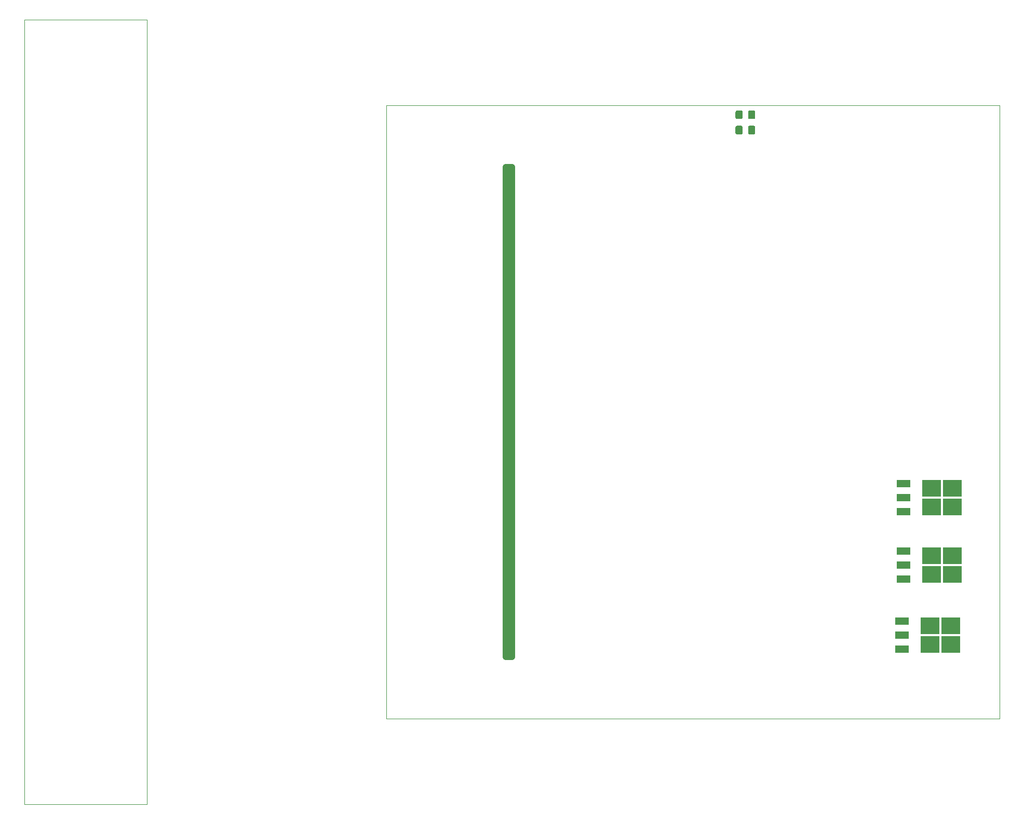
<source format=gbr>
%TF.GenerationSoftware,KiCad,Pcbnew,(5.1.5)-3*%
%TF.CreationDate,2020-03-17T21:27:54+01:00*%
%TF.ProjectId,KicadJE-EuroPowerSupply2,4b696361-644a-4452-9d45-75726f506f77,Rev A*%
%TF.SameCoordinates,Original*%
%TF.FileFunction,Paste,Top*%
%TF.FilePolarity,Positive*%
%FSLAX46Y46*%
G04 Gerber Fmt 4.6, Leading zero omitted, Abs format (unit mm)*
G04 Created by KiCad (PCBNEW (5.1.5)-3) date 2020-03-17 21:27:54*
%MOMM*%
%LPD*%
G04 APERTURE LIST*
%ADD10C,0.050000*%
%ADD11C,1.000000*%
%ADD12C,0.150000*%
%ADD13R,2.200000X1.200000*%
%ADD14R,3.050000X2.750000*%
G04 APERTURE END LIST*
D10*
X-9000000Y-164000000D02*
X-9000000Y-36000000D01*
X11000000Y-164000000D02*
X-9000000Y-164000000D01*
X11000000Y-36000000D02*
X11000000Y-164000000D01*
X-9000000Y-36000000D02*
X11000000Y-36000000D01*
D11*
X69500000Y-60000000D02*
X70500000Y-60000000D01*
X69500000Y-140000000D02*
X70500000Y-140000000D01*
X70500000Y-60000000D02*
X70500000Y-140000000D01*
X69500000Y-60000000D02*
X69500000Y-140000000D01*
D10*
X50000000Y-150000000D02*
X50000000Y-50000000D01*
X150000000Y-150000000D02*
X50000000Y-150000000D01*
X150000000Y-50000000D02*
X150000000Y-150000000D01*
X50000000Y-50000000D02*
X150000000Y-50000000D01*
D12*
G36*
X107849505Y-53301204D02*
G01*
X107873773Y-53304804D01*
X107897572Y-53310765D01*
X107920671Y-53319030D01*
X107942850Y-53329520D01*
X107963893Y-53342132D01*
X107983599Y-53356747D01*
X108001777Y-53373223D01*
X108018253Y-53391401D01*
X108032868Y-53411107D01*
X108045480Y-53432150D01*
X108055970Y-53454329D01*
X108064235Y-53477428D01*
X108070196Y-53501227D01*
X108073796Y-53525495D01*
X108075000Y-53549999D01*
X108075000Y-54450001D01*
X108073796Y-54474505D01*
X108070196Y-54498773D01*
X108064235Y-54522572D01*
X108055970Y-54545671D01*
X108045480Y-54567850D01*
X108032868Y-54588893D01*
X108018253Y-54608599D01*
X108001777Y-54626777D01*
X107983599Y-54643253D01*
X107963893Y-54657868D01*
X107942850Y-54670480D01*
X107920671Y-54680970D01*
X107897572Y-54689235D01*
X107873773Y-54695196D01*
X107849505Y-54698796D01*
X107825001Y-54700000D01*
X107174999Y-54700000D01*
X107150495Y-54698796D01*
X107126227Y-54695196D01*
X107102428Y-54689235D01*
X107079329Y-54680970D01*
X107057150Y-54670480D01*
X107036107Y-54657868D01*
X107016401Y-54643253D01*
X106998223Y-54626777D01*
X106981747Y-54608599D01*
X106967132Y-54588893D01*
X106954520Y-54567850D01*
X106944030Y-54545671D01*
X106935765Y-54522572D01*
X106929804Y-54498773D01*
X106926204Y-54474505D01*
X106925000Y-54450001D01*
X106925000Y-53549999D01*
X106926204Y-53525495D01*
X106929804Y-53501227D01*
X106935765Y-53477428D01*
X106944030Y-53454329D01*
X106954520Y-53432150D01*
X106967132Y-53411107D01*
X106981747Y-53391401D01*
X106998223Y-53373223D01*
X107016401Y-53356747D01*
X107036107Y-53342132D01*
X107057150Y-53329520D01*
X107079329Y-53319030D01*
X107102428Y-53310765D01*
X107126227Y-53304804D01*
X107150495Y-53301204D01*
X107174999Y-53300000D01*
X107825001Y-53300000D01*
X107849505Y-53301204D01*
G37*
G36*
X109899505Y-53301204D02*
G01*
X109923773Y-53304804D01*
X109947572Y-53310765D01*
X109970671Y-53319030D01*
X109992850Y-53329520D01*
X110013893Y-53342132D01*
X110033599Y-53356747D01*
X110051777Y-53373223D01*
X110068253Y-53391401D01*
X110082868Y-53411107D01*
X110095480Y-53432150D01*
X110105970Y-53454329D01*
X110114235Y-53477428D01*
X110120196Y-53501227D01*
X110123796Y-53525495D01*
X110125000Y-53549999D01*
X110125000Y-54450001D01*
X110123796Y-54474505D01*
X110120196Y-54498773D01*
X110114235Y-54522572D01*
X110105970Y-54545671D01*
X110095480Y-54567850D01*
X110082868Y-54588893D01*
X110068253Y-54608599D01*
X110051777Y-54626777D01*
X110033599Y-54643253D01*
X110013893Y-54657868D01*
X109992850Y-54670480D01*
X109970671Y-54680970D01*
X109947572Y-54689235D01*
X109923773Y-54695196D01*
X109899505Y-54698796D01*
X109875001Y-54700000D01*
X109224999Y-54700000D01*
X109200495Y-54698796D01*
X109176227Y-54695196D01*
X109152428Y-54689235D01*
X109129329Y-54680970D01*
X109107150Y-54670480D01*
X109086107Y-54657868D01*
X109066401Y-54643253D01*
X109048223Y-54626777D01*
X109031747Y-54608599D01*
X109017132Y-54588893D01*
X109004520Y-54567850D01*
X108994030Y-54545671D01*
X108985765Y-54522572D01*
X108979804Y-54498773D01*
X108976204Y-54474505D01*
X108975000Y-54450001D01*
X108975000Y-53549999D01*
X108976204Y-53525495D01*
X108979804Y-53501227D01*
X108985765Y-53477428D01*
X108994030Y-53454329D01*
X109004520Y-53432150D01*
X109017132Y-53411107D01*
X109031747Y-53391401D01*
X109048223Y-53373223D01*
X109066401Y-53356747D01*
X109086107Y-53342132D01*
X109107150Y-53329520D01*
X109129329Y-53319030D01*
X109152428Y-53310765D01*
X109176227Y-53304804D01*
X109200495Y-53301204D01*
X109224999Y-53300000D01*
X109875001Y-53300000D01*
X109899505Y-53301204D01*
G37*
G36*
X109899505Y-50801204D02*
G01*
X109923773Y-50804804D01*
X109947572Y-50810765D01*
X109970671Y-50819030D01*
X109992850Y-50829520D01*
X110013893Y-50842132D01*
X110033599Y-50856747D01*
X110051777Y-50873223D01*
X110068253Y-50891401D01*
X110082868Y-50911107D01*
X110095480Y-50932150D01*
X110105970Y-50954329D01*
X110114235Y-50977428D01*
X110120196Y-51001227D01*
X110123796Y-51025495D01*
X110125000Y-51049999D01*
X110125000Y-51950001D01*
X110123796Y-51974505D01*
X110120196Y-51998773D01*
X110114235Y-52022572D01*
X110105970Y-52045671D01*
X110095480Y-52067850D01*
X110082868Y-52088893D01*
X110068253Y-52108599D01*
X110051777Y-52126777D01*
X110033599Y-52143253D01*
X110013893Y-52157868D01*
X109992850Y-52170480D01*
X109970671Y-52180970D01*
X109947572Y-52189235D01*
X109923773Y-52195196D01*
X109899505Y-52198796D01*
X109875001Y-52200000D01*
X109224999Y-52200000D01*
X109200495Y-52198796D01*
X109176227Y-52195196D01*
X109152428Y-52189235D01*
X109129329Y-52180970D01*
X109107150Y-52170480D01*
X109086107Y-52157868D01*
X109066401Y-52143253D01*
X109048223Y-52126777D01*
X109031747Y-52108599D01*
X109017132Y-52088893D01*
X109004520Y-52067850D01*
X108994030Y-52045671D01*
X108985765Y-52022572D01*
X108979804Y-51998773D01*
X108976204Y-51974505D01*
X108975000Y-51950001D01*
X108975000Y-51049999D01*
X108976204Y-51025495D01*
X108979804Y-51001227D01*
X108985765Y-50977428D01*
X108994030Y-50954329D01*
X109004520Y-50932150D01*
X109017132Y-50911107D01*
X109031747Y-50891401D01*
X109048223Y-50873223D01*
X109066401Y-50856747D01*
X109086107Y-50842132D01*
X109107150Y-50829520D01*
X109129329Y-50819030D01*
X109152428Y-50810765D01*
X109176227Y-50804804D01*
X109200495Y-50801204D01*
X109224999Y-50800000D01*
X109875001Y-50800000D01*
X109899505Y-50801204D01*
G37*
G36*
X107849505Y-50801204D02*
G01*
X107873773Y-50804804D01*
X107897572Y-50810765D01*
X107920671Y-50819030D01*
X107942850Y-50829520D01*
X107963893Y-50842132D01*
X107983599Y-50856747D01*
X108001777Y-50873223D01*
X108018253Y-50891401D01*
X108032868Y-50911107D01*
X108045480Y-50932150D01*
X108055970Y-50954329D01*
X108064235Y-50977428D01*
X108070196Y-51001227D01*
X108073796Y-51025495D01*
X108075000Y-51049999D01*
X108075000Y-51950001D01*
X108073796Y-51974505D01*
X108070196Y-51998773D01*
X108064235Y-52022572D01*
X108055970Y-52045671D01*
X108045480Y-52067850D01*
X108032868Y-52088893D01*
X108018253Y-52108599D01*
X108001777Y-52126777D01*
X107983599Y-52143253D01*
X107963893Y-52157868D01*
X107942850Y-52170480D01*
X107920671Y-52180970D01*
X107897572Y-52189235D01*
X107873773Y-52195196D01*
X107849505Y-52198796D01*
X107825001Y-52200000D01*
X107174999Y-52200000D01*
X107150495Y-52198796D01*
X107126227Y-52195196D01*
X107102428Y-52189235D01*
X107079329Y-52180970D01*
X107057150Y-52170480D01*
X107036107Y-52157868D01*
X107016401Y-52143253D01*
X106998223Y-52126777D01*
X106981747Y-52108599D01*
X106967132Y-52088893D01*
X106954520Y-52067850D01*
X106944030Y-52045671D01*
X106935765Y-52022572D01*
X106929804Y-51998773D01*
X106926204Y-51974505D01*
X106925000Y-51950001D01*
X106925000Y-51049999D01*
X106926204Y-51025495D01*
X106929804Y-51001227D01*
X106935765Y-50977428D01*
X106944030Y-50954329D01*
X106954520Y-50932150D01*
X106967132Y-50911107D01*
X106981747Y-50891401D01*
X106998223Y-50873223D01*
X107016401Y-50856747D01*
X107036107Y-50842132D01*
X107057150Y-50829520D01*
X107079329Y-50819030D01*
X107102428Y-50810765D01*
X107126227Y-50804804D01*
X107150495Y-50801204D01*
X107174999Y-50800000D01*
X107825001Y-50800000D01*
X107849505Y-50801204D01*
G37*
D13*
X134300000Y-111720000D03*
X134300000Y-114000000D03*
X134300000Y-116280000D03*
D14*
X142275000Y-115525000D03*
X138925000Y-112475000D03*
X142275000Y-112475000D03*
X138925000Y-115525000D03*
D13*
X134300000Y-122720000D03*
X134300000Y-125000000D03*
X134300000Y-127280000D03*
D14*
X142275000Y-126525000D03*
X138925000Y-123475000D03*
X142275000Y-123475000D03*
X138925000Y-126525000D03*
X138650000Y-137950001D03*
X142000000Y-134900001D03*
X138650000Y-134900001D03*
X142000000Y-137950001D03*
D13*
X134025000Y-138705001D03*
X134025000Y-136425001D03*
X134025000Y-134145001D03*
M02*

</source>
